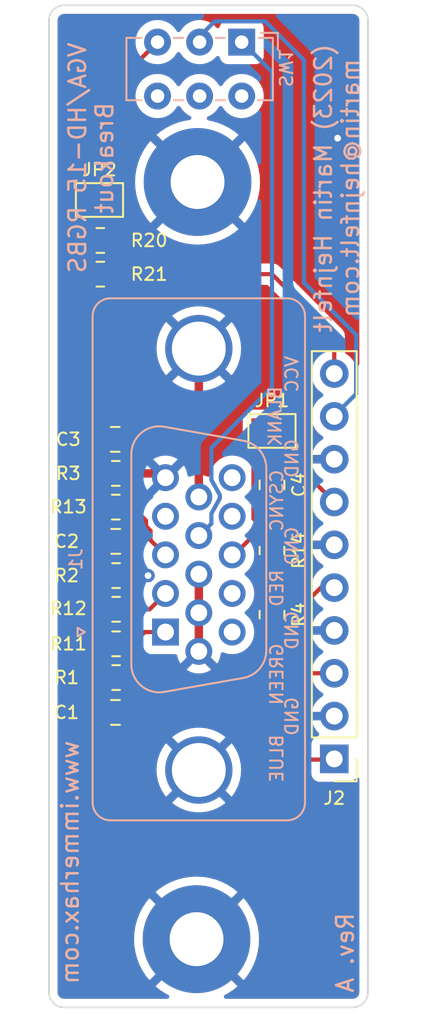
<source format=kicad_pcb>
(kicad_pcb (version 20211014) (generator pcbnew)
  (layers (0 "F.Cu" signal) (31 "B.Cu" signal) (34 "B.Paste" user) (35 "F.Paste" user) (36 "B.SilkS" user "B.Silkscreen") (37 "F.SilkS" user "F.Silkscreen") (38 "B.Mask" user) (39 "F.Mask" user) (44 "Edge.Cuts" user))
  (net 0 "")
  (net 1 "/RED")
  (net 2 "/RED_IN")
  (net 3 "/GREEN")
  (net 4 "/GREEN_IN")
  (net 5 "/BLUE")
  (net 6 "/BLUE_IN")
  (net 7 "/CSYNC_IN")
  (net 8 "/CSYNC")
  (net 13 "GND")
  (net 14 "/5V_KEY")
  (net 16 "/V_BLANK")
  (net 17 "VCC")
  (net 18 "/BLANKING")
  (net 19 "Net-(C1-Pad2)")
  (net 20 "Net-(C2-Pad2)")
  (net 21 "Net-(C3-Pad2)")
  (net 22 "Net-(C4-Pad1)")
  (footprint "Capacitor_SMD:C_0805_2012Metric_Pad1.18x1.45mm_HandSolder" (layer "F.Cu") (at 127.4828 79)
    (fp_text reference "C3" (at -2.7828 0 unlocked) (layer "F.SilkS") (effects (font (size 0.75 0.75) (thickness 0.12))))
    (fp_text value "100nF")
    (fp_line (start -0.261252 -0.735) (end 0.261252 -0.735) (layer "F.SilkS") (width 0.12))
    (fp_line (start -0.261252 0.735) (end 0.261252 0.735) (layer "F.SilkS") (width 0.12))
    (pad "1" smd roundrect (at -1.0375 0) (size 1.175 1.45) (layers "F.Cu" "F.Paste" "F.Mask") (roundrect_rratio 0.2127659574) (net 5 "/BLUE"))
    (pad "2" smd roundrect (at 1.0375 0) (size 1.175 1.45) (layers "F.Cu" "F.Paste" "F.Mask") (roundrect_rratio 0.2127659574) (net 21 "Net-(C3-Pad2)"))
  )
  (footprint "Jumper:SolderJumper-2_P1.3mm_Open_TrianglePad1.0x1.5mm" (layer "F.Cu") (at 136.8 78.5)
    (fp_text reference "JP1" (at 0 -1.8 unlocked) (layer "F.SilkS") (effects (font (size 0.75 0.75) (thickness 0.12))))
    (fp_text value "Jumper_2_Open")
    (fp_line (start 1.4 1) (end -1.4 1) (layer "F.SilkS") (width 0.12))
    (fp_line (start -1.4 -1) (end 1.4 -1) (layer "F.SilkS") (width 0.12))
    (fp_line (start 1.4 -1) (end 1.4 1) (layer "F.SilkS") (width 0.12))
    (fp_line (start -1.4 1) (end -1.4 -1) (layer "F.SilkS") (width 0.12))
    (pad "1" smd custom (at -0.725 0) (size 0.3 0.3) (layers "F.Cu" "F.Mask") (net 7 "/CSYNC_IN") (options (clearance outline) (anchor rect)) (primitives (gr_poly (pts (xy 1 0) (xy 0.5 0.75) (xy -0.5 0.75) (xy -0.5 -0.75) (xy 0.5 -0.75)) (width 0) (fill yes))))
    (pad "2" smd custom (at 0.725 0) (size 0.3 0.3) (layers "F.Cu" "F.Mask") (net 8 "/CSYNC") (options (clearance outline) (anchor rect)) (primitives (gr_poly (pts (xy 0.5 0.75) (xy -0.65 0.75) (xy -0.15 0) (xy -0.65 -0.75) (xy 0.5 -0.75)) (width 0) (fill yes))))
  )
  (footprint "Capacitor_SMD:C_0805_2012Metric_Pad1.18x1.45mm_HandSolder" (layer "F.Cu") (at 127.5 95.2 180)
    (fp_text reference "C1" (at 2.9 0 unlocked) (layer "F.SilkS") (effects (font (size 0.75 0.75) (thickness 0.12))))
    (fp_text value "100nF")
    (fp_line (start -0.261252 0.735) (end 0.261252 0.735) (layer "F.SilkS") (width 0.12))
    (fp_line (start -0.261252 -0.735) (end 0.261252 -0.735) (layer "F.SilkS") (width 0.12))
    (pad "1" smd roundrect (at -1.0375 0 180) (size 1.175 1.45) (layers "F.Cu" "F.Paste" "F.Mask") (roundrect_rratio 0.2127659574) (net 1 "/RED"))
    (pad "2" smd roundrect (at 1.0375 0 180) (size 1.175 1.45) (layers "F.Cu" "F.Paste" "F.Mask") (roundrect_rratio 0.2127659574) (net 19 "Net-(C1-Pad2)"))
  )
  (footprint "Resistor_SMD:R_0805_2012Metric_Pad1.20x1.40mm_HandSolder" (layer "F.Cu") (at 136.8 85.6 -90)
    (fp_text reference "R14" (at 0 -1.6 90 unlocked) (layer "F.SilkS") (effects (font (size 0.75 0.75) (thickness 0.12))))
    (fp_text value "75R")
    (fp_line (start -0.227064 0.735) (end 0.227064 0.735) (layer "F.SilkS") (width 0.12))
    (fp_line (start -0.227064 -0.735) (end 0.227064 -0.735) (layer "F.SilkS") (width 0.12))
    (pad "1" smd roundrect (at -1 0 270) (size 1.2 1.4) (layers "F.Cu" "F.Paste" "F.Mask") (roundrect_rratio 0.2083333333) (net 7 "/CSYNC_IN"))
    (pad "2" smd roundrect (at 1 0 270) (size 1.2 1.4) (layers "F.Cu" "F.Paste" "F.Mask") (roundrect_rratio 0.2083333333) (net 22 "Net-(C4-Pad1)"))
  )
  (footprint "Capacitor_SMD:C_0805_2012Metric_Pad1.18x1.45mm_HandSolder" (layer "F.Cu") (at 127.5172 85.0522)
    (fp_text reference "C2" (at -2.9172 0 unlocked) (layer "F.SilkS") (effects (font (size 0.75 0.75) (thickness 0.12))))
    (fp_text value "100nF")
    (fp_line (start -0.261252 -0.735) (end 0.261252 -0.735) (layer "F.SilkS") (width 0.12))
    (fp_line (start -0.261252 0.735) (end 0.261252 0.735) (layer "F.SilkS") (width 0.12))
    (pad "1" smd roundrect (at -1.0375 0) (size 1.175 1.45) (layers "F.Cu" "F.Paste" "F.Mask") (roundrect_rratio 0.2127659574) (net 3 "/GREEN"))
    (pad "2" smd roundrect (at 1.0375 0) (size 1.175 1.45) (layers "F.Cu" "F.Paste" "F.Mask") (roundrect_rratio 0.2127659574) (net 20 "Net-(C2-Pad2)"))
  )
  (footprint "Resistor_SMD:R_0805_2012Metric_Pad1.20x1.40mm_HandSolder" (layer "F.Cu") (at 126.6 69.2 180)
    (fp_text reference "R21" (at -2.9 0 unlocked) (layer "F.SilkS") (effects (font (size 0.75 0.75) (thickness 0.12))))
    (fp_text value "75R")
    (fp_line (start -0.227064 -0.735) (end 0.227064 -0.735) (layer "F.SilkS") (width 0.12))
    (fp_line (start -0.227064 0.735) (end 0.227064 0.735) (layer "F.SilkS") (width 0.12))
    (pad "1" smd roundrect (at -1 0 180) (size 1.2 1.4) (layers "F.Cu" "F.Paste" "F.Mask") (roundrect_rratio 0.2083333333) (net 13 "GND"))
    (pad "2" smd roundrect (at 1 0 180) (size 1.2 1.4) (layers "F.Cu" "F.Paste" "F.Mask") (roundrect_rratio 0.2083333333) (net 16 "/V_BLANK"))
  )
  (footprint "Connector_PinHeader_2.54mm:PinHeader_1x10_P2.54mm_Vertical" (layer "F.Cu") (at 140.5 97.9572 180)
    (fp_text reference "J2" (at 0 -2.33 unlocked) (layer "F.SilkS") (effects (font (size 0.75 0.75) (thickness 0.12))))
    (fp_text value "Conn_01x10_Male")
    (fp_line (start -1.33 0) (end -1.33 -1.33) (layer "F.SilkS") (width 0.12))
    (fp_line (start -1.33 -1.33) (end 0 -1.33) (layer "F.SilkS") (width 0.12))
    (fp_line (start -1.33 1.27) (end -1.33 24.19) (layer "F.SilkS") (width 0.12))
    (fp_line (start -1.33 1.27) (end 1.33 1.27) (layer "F.SilkS") (width 0.12))
    (fp_line (start -1.33 24.19) (end 1.33 24.19) (layer "F.SilkS") (width 0.12))
    (fp_line (start 1.33 1.27) (end 1.33 24.19) (layer "F.SilkS") (width 0.12))
    (pad "1" thru_hole rect (at 0 0 180) (size 1.7 1.7) (drill 1) (layers *.Cu *.Mask) (net 5 "/BLUE"))
    (pad "2" thru_hole oval (at 0 2.54 180) (size 1.7 1.7) (drill 1) (layers *.Cu *.Mask) (net 13 "GND"))
    (pad "3" thru_hole oval (at 0 5.08 180) (size 1.7 1.7) (drill 1) (layers *.Cu *.Mask) (net 3 "/GREEN"))
    (pad "4" thru_hole oval (at 0 7.62 180) (size 1.7 1.7) (drill 1) (layers *.Cu *.Mask) (net 13 "GND"))
    (pad "5" thru_hole oval (at 0 10.16 180) (size 1.7 1.7) (drill 1) (layers *.Cu *.Mask) (net 1 "/RED"))
    (pad "6" thru_hole oval (at 0 12.7 180) (size 1.7 1.7) (drill 1) (layers *.Cu *.Mask) (net 13 "GND"))
    (pad "7" thru_hole oval (at 0 15.24 180) (size 1.7 1.7) (drill 1) (layers *.Cu *.Mask) (net 8 "/CSYNC"))
    (pad "8" thru_hole oval (at 0 17.78 180) (size 1.7 1.7) (drill 1) (layers *.Cu *.Mask) (net 13 "GND"))
    (pad "9" thru_hole oval (at 0 20.32 180) (size 1.7 1.7) (drill 1) (layers *.Cu *.Mask) (net 18 "/BLANKING"))
    (pad "10" thru_hole oval (at 0 22.86 180) (size 1.7 1.7) (drill 1) (layers *.Cu *.Mask) (net 17 "VCC"))
  )
  (footprint "Resistor_SMD:R_0805_2012Metric_Pad1.20x1.40mm_HandSolder" (layer "F.Cu") (at 136.8 89.4 90)
    (fp_text reference "R4" (at 0 1.6 90 unlocked) (layer "F.SilkS") (effects (font (size 0.75 0.75) (thickness 0.12))))
    (fp_text value "75R")
    (fp_line (start -0.227064 0.735) (end 0.227064 0.735) (layer "F.SilkS") (width 0.12))
    (fp_line (start -0.227064 -0.735) (end 0.227064 -0.735) (layer "F.SilkS") (width 0.12))
    (pad "1" smd roundrect (at -1 0 90) (size 1.2 1.4) (layers "F.Cu" "F.Paste" "F.Mask") (roundrect_rratio 0.2083333333) (net 13 "GND"))
    (pad "2" smd roundrect (at 1 0 90) (size 1.2 1.4) (layers "F.Cu" "F.Paste" "F.Mask") (roundrect_rratio 0.2083333333) (net 22 "Net-(C4-Pad1)"))
  )
  (footprint "Resistor_SMD:R_0805_2012Metric_Pad1.20x1.40mm_HandSolder" (layer "F.Cu") (at 127.5372 91.1322)
    (fp_text reference "R11" (at -2.8372 0 unlocked) (layer "F.SilkS") (effects (font (size 0.75 0.75) (thickness 0.12))))
    (fp_text value "75R")
    (fp_line (start -0.227064 0.735) (end 0.227064 0.735) (layer "F.SilkS") (width 0.12))
    (fp_line (start -0.227064 -0.735) (end 0.227064 -0.735) (layer "F.SilkS") (width 0.12))
    (pad "1" smd roundrect (at -1 0) (size 1.2 1.4) (layers "F.Cu" "F.Paste" "F.Mask") (roundrect_rratio 0.2083333333) (net 19 "Net-(C1-Pad2)"))
    (pad "2" smd roundrect (at 1 0) (size 1.2 1.4) (layers "F.Cu" "F.Paste" "F.Mask") (roundrect_rratio 0.2083333333) (net 2 "/RED_IN"))
  )
  (footprint "Jumper:SolderJumper-2_P1.3mm_Open_TrianglePad1.0x1.5mm" (layer "F.Cu") (at 126.55 64.8)
    (fp_text reference "JP2" (at 0 -1.8 unlocked) (layer "F.SilkS") (effects (font (size 0.75 0.75) (thickness 0.12))))
    (fp_text value "Jumper_2_Open")
    (fp_line (start 1.4 1) (end -1.4 1) (layer "F.SilkS") (width 0.12))
    (fp_line (start 1.4 -1) (end 1.4 1) (layer "F.SilkS") (width 0.12))
    (fp_line (start -1.4 -1) (end 1.4 -1) (layer "F.SilkS") (width 0.12))
    (fp_line (start -1.4 1) (end -1.4 -1) (layer "F.SilkS") (width 0.12))
    (pad "1" smd custom (at -0.725 0) (size 0.3 0.3) (layers "F.Cu" "F.Mask") (net 16 "/V_BLANK") (options (clearance outline) (anchor rect)) (primitives (gr_poly (pts (xy 1 0) (xy 0.5 0.75) (xy -0.5 0.75) (xy -0.5 -0.75) (xy 0.5 -0.75)) (width 0) (fill yes))))
    (pad "2" smd custom (at 0.725 0) (size 0.3 0.3) (layers "F.Cu" "F.Mask") (net 17 "VCC") (options (clearance outline) (anchor rect)) (primitives (gr_poly (pts (xy 0.5 0.75) (xy -0.65 0.75) (xy -0.15 0) (xy -0.65 -0.75) (xy 0.5 -0.75)) (width 0) (fill yes))))
  )
  (footprint "Resistor_SMD:R_0805_2012Metric_Pad1.20x1.40mm_HandSolder" (layer "F.Cu") (at 127.52 81.02)
    (fp_text reference "R3" (at -2.82 0 unlocked) (layer "F.SilkS") (effects (font (size 0.75 0.75) (thickness 0.12))))
    (fp_text value "75R")
    (fp_line (start -0.227064 0.735) (end 0.227064 0.735) (layer "F.SilkS") (width 0.12))
    (fp_line (start -0.227064 -0.735) (end 0.227064 -0.735) (layer "F.SilkS") (width 0.12))
    (pad "1" smd roundrect (at -1 0) (size 1.2 1.4) (layers "F.Cu" "F.Paste" "F.Mask") (roundrect_rratio 0.2083333333) (net 21 "Net-(C3-Pad2)"))
    (pad "2" smd roundrect (at 1 0) (size 1.2 1.4) (layers "F.Cu" "F.Paste" "F.Mask") (roundrect_rratio 0.2083333333) (net 13 "GND"))
  )
  (footprint "Capacitor_SMD:C_0805_2012Metric_Pad1.18x1.45mm_HandSolder" (layer "F.Cu") (at 136.8 81.7 90)
    (fp_text reference "C4" (at 0 1.6 90 unlocked) (layer "F.SilkS") (effects (font (size 0.75 0.75) (thickness 0.12))))
    (fp_text value "100nF")
    (fp_line (start -0.261252 0.735) (end 0.261252 0.735) (layer "F.SilkS") (width 0.12))
    (fp_line (start -0.261252 -0.735) (end 0.261252 -0.735) (layer "F.SilkS") (width 0.12))
    (pad "1" smd roundrect (at -1.0375 0 90) (size 1.175 1.45) (layers "F.Cu" "F.Paste" "F.Mask") (roundrect_rratio 0.2127659574) (net 22 "Net-(C4-Pad1)"))
    (pad "2" smd roundrect (at 1.0375 0 90) (size 1.175 1.45) (layers "F.Cu" "F.Paste" "F.Mask") (roundrect_rratio 0.2127659574) (net 8 "/CSYNC"))
  )
  (footprint "Resistor_SMD:R_0805_2012Metric_Pad1.20x1.40mm_HandSolder" (layer "F.Cu") (at 127.52 83.02)
    (fp_text reference "R13" (at -2.82 -0.02 unlocked) (layer "F.SilkS") (effects (font (size 0.75 0.75) (thickness 0.12))))
    (fp_text value "75R")
    (fp_line (start -0.227064 0.735) (end 0.227064 0.735) (layer "F.SilkS") (width 0.12))
    (fp_line (start -0.227064 -0.735) (end 0.227064 -0.735) (layer "F.SilkS") (width 0.12))
    (pad "1" smd roundrect (at -1 0) (size 1.2 1.4) (layers "F.Cu" "F.Paste" "F.Mask") (roundrect_rratio 0.2083333333) (net 21 "Net-(C3-Pad2)"))
    (pad "2" smd roundrect (at 1 0) (size 1.2 1.4) (layers "F.Cu" "F.Paste" "F.Mask") (roundrect_rratio 0.2083333333) (net 6 "/BLUE_IN"))
  )
  (footprint "Resistor_SMD:R_0805_2012Metric_Pad1.20x1.40mm_HandSolder" (layer "F.Cu") (at 126.6 67.2)
    (fp_text reference "R20" (at 2.9 0 unlocked) (layer "F.SilkS") (effects (font (size 0.75 0.75) (thickness 0.12))))
    (fp_text value "75R")
    (fp_line (start -0.227064 -0.735) (end 0.227064 -0.735) (layer "F.SilkS") (width 0.12))
    (fp_line (start -0.227064 0.735) (end 0.227064 0.735) (layer "F.SilkS") (width 0.12))
    (pad "1" smd roundrect (at -1 0) (size 1.2 1.4) (layers "F.Cu" "F.Paste" "F.Mask") (roundrect_rratio 0.2083333333) (net 16 "/V_BLANK"))
    (pad "2" smd roundrect (at 1 0) (size 1.2 1.4) (layers "F.Cu" "F.Paste" "F.Mask") (roundrect_rratio 0.2083333333) (net 17 "VCC"))
  )
  (footprint "Resistor_SMD:R_0805_2012Metric_Pad1.20x1.40mm_HandSolder" (layer "F.Cu") (at 127.5372 87.0822)
    (fp_text reference "R2" (at -2.9372 0 unlocked) (layer "F.SilkS") (effects (font (size 0.75 0.75) (thickness 0.12))))
    (fp_text value "75R")
    (fp_line (start -0.227064 -0.735) (end 0.227064 -0.735) (layer "F.SilkS") (width 0.12))
    (fp_line (start -0.227064 0.735) (end 0.227064 0.735) (layer "F.SilkS") (width 0.12))
    (pad "1" smd roundrect (at -1 0) (size 1.2 1.4) (layers "F.Cu" "F.Paste" "F.Mask") (roundrect_rratio 0.2083333333) (net 20 "Net-(C2-Pad2)"))
    (pad "2" smd roundrect (at 1 0) (size 1.2 1.4) (layers "F.Cu" "F.Paste" "F.Mask") (roundrect_rratio 0.2083333333) (net 13 "GND"))
  )
  (footprint "Resistor_SMD:R_0805_2012Metric_Pad1.20x1.40mm_HandSolder" (layer "F.Cu") (at 127.5372 89.0822)
    (fp_text reference "R12" (at -2.8372 -0.05 unlocked) (layer "F.SilkS") (effects (font (size 0.75 0.75) (thickness 0.12))))
    (fp_text value "75R")
    (fp_line (start -0.227064 0.735) (end 0.227064 0.735) (layer "F.SilkS") (width 0.12))
    (fp_line (start -0.227064 -0.735) (end 0.227064 -0.735) (layer "F.SilkS") (width 0.12))
    (pad "1" smd roundrect (at -1 0) (size 1.2 1.4) (layers "F.Cu" "F.Paste" "F.Mask") (roundrect_rratio 0.2083333333) (net 20 "Net-(C2-Pad2)"))
    (pad "2" smd roundrect (at 1 0) (size 1.2 1.4) (layers "F.Cu" "F.Paste" "F.Mask") (roundrect_rratio 0.2083333333) (net 4 "/GREEN_IN"))
  )
  (footprint "Resistor_SMD:R_0805_2012Metric_Pad1.20x1.40mm_HandSolder" (layer "F.Cu") (at 127.5372 93.1322)
    (fp_text reference "R1" (at -2.9372 0 unlocked) (layer "F.SilkS") (effects (font (size 0.75 0.75) (thickness 0.12))))
    (fp_text value "75R")
    (fp_line (start -0.227064 0.735) (end 0.227064 0.735) (layer "F.SilkS") (width 0.12))
    (fp_line (start -0.227064 -0.735) (end 0.227064 -0.735) (layer "F.SilkS") (width 0.12))
    (pad "1" smd roundrect (at -1 0) (size 1.2 1.4) (layers "F.Cu" "F.Paste" "F.Mask") (roundrect_rratio 0.2083333333) (net 19 "Net-(C1-Pad2)"))
    (pad "2" smd roundrect (at 1 0) (size 1.2 1.4) (layers "F.Cu" "F.Paste" "F.Mask") (roundrect_rratio 0.2083333333) (net 13 "GND"))
  )
  (footprint "MountingHole:MountingHole_3.2mm_M3_Pad" (layer "B.Cu") (at 132.3772 63.7322 180)
    (fp_text reference "H2" hide)
    (fp_text value "MountingHole_Pad")
    (pad "1" thru_hole circle (at 0 0 180) (size 6.4 6.4) (drill 3.2) (layers *.Cu *.Mask) (net 13 "GND"))
  )
  (footprint "Button_Switch_THT:SW_E-Switch_EG1271_SPDT" (layer "B.Cu") (at 135 55.4322 180)
    (fp_text reference "SW1" (at -2.6 -1.5178 270 unlocked) (layer "B.SilkS") (effects (font (size 0.75 0.75) (thickness 0.12)) (justify mirror)))
    (fp_text value "SW_SPDT")
    (fp_line (start -1.85 0.25) (end -1 0.25) (layer "B.SilkS") (width 0.12))
    (fp_line (start 6.85 -3.45) (end 5.98 -3.45) (layer "B.SilkS") (width 0.12))
    (fp_line (start 1.53 -3.45) (end 0.97 -3.45) (layer "B.SilkS") (width 0.12))
    (fp_line (start -0.97 -3.45) (end -1.85 -3.45) (layer "B.SilkS") (width 0.12))
    (fp_line (start -2.15 0.55) (end -1.15 0.55) (layer "B.SilkS") (width 0.12))
    (fp_line (start 4.02 -3.45) (end 3.47 -3.45) (layer "B.SilkS") (width 0.12))
    (fp_line (start 3.47 0.25) (end 4.03 0.25) (layer "B.SilkS") (width 0.12))
    (fp_line (start 5.97 0.25) (end 6.85 0.25) (layer "B.SilkS") (width 0.12))
    (fp_line (start 6.85 0.25) (end 6.85 -3.45) (layer "B.SilkS") (width 0.12))
    (fp_line (start -1.85 -3.45) (end -1.85 0.25) (layer "B.SilkS") (width 0.12))
    (fp_line (start -2.15 -0.45) (end -2.15 0.55) (layer "B.SilkS") (width 0.12))
    (fp_line (start 1 0.25) (end 1.53 0.25) (layer "B.SilkS") (width 0.12))
    (pad "1" thru_hole rect (at 0 0 180) (size 1.6 1.6) (drill 0.8) (layers *.Cu *.Mask) (net 14 "/5V_KEY"))
    (pad "2" thru_hole circle (at 2.5 0 180) (size 1.6 1.6) (drill 0.8) (layers *.Cu *.Mask) (net 18 "/BLANKING"))
    (pad "3" thru_hole circle (at 5 0 180) (size 1.6 1.6) (drill 0.8) (layers *.Cu *.Mask) (net 16 "/V_BLANK"))
    (pad "4" thru_hole circle (at 0 -3.2 180) (size 1.6 1.6) (drill 0.8) (layers *.Cu *.Mask))
    (pad "5" thru_hole circle (at 2.5 -3.2 180) (size 1.6 1.6) (drill 0.8) (layers *.Cu *.Mask))
    (pad "6" thru_hole circle (at 5 -3.2 180) (size 1.6 1.6) (drill 0.8) (layers *.Cu *.Mask))
  )
  (footprint "MountingHole:MountingHole_3.2mm_M3_Pad" (layer "B.Cu") (at 132.3172 108.6522 180)
    (fp_text reference "H1" hide)
    (fp_text value "MountingHole_Pad")
    (pad "1" thru_hole circle (at 0 0 180) (size 6.4 6.4) (drill 3.2) (layers *.Cu *.Mask) (net 13 "GND"))
  )
  (footprint "Connector_Dsub:DSUB-15-HD_Female_Vertical_P2.29x1.98mm_MountingHoles" (layer "B.Cu") (at 130.472531 90.4322 -90)
    (fp_text reference "J1" (at -4.315 5.33 90 unlocked) (layer "B.SilkS") (effects (font (size 0.75 0.75) (thickness 0.12)) (justify mirror)))
    (fp_text value "L77HDEH15SOL2RM8")
    (fp_line (start -18.74 4.33) (end 10.11 4.33) (layer "B.SilkS") (width 0.12))
    (fp_line (start 0 4.791325) (end -0.25 5.224338) (layer "B.SilkS") (width 0.12))
    (fp_line (start 11.17 3.27) (end 11.17 -7.23) (layer "B.SilkS") (width 0.12))
    (fp_line (start 0.25 5.224338) (end 0 4.791325) (layer "B.SilkS") (width 0.12))
    (fp_line (start -19.8 -7.23) (end -19.8 3.27) (layer "B.SilkS") (width 0.12))
    (fp_line (start 10.11 -8.29) (end -18.74 -8.29) (layer "B.SilkS") (width 0.12))
    (fp_line (start -10.546689 2.03) (end 1.916689 2.03) (layer "B.SilkS") (width 0.12))
    (fp_line (start -12.18147 0.081744) (end -11.352733 -4.618256) (layer "B.SilkS") (width 0.12))
    (fp_line (start -9.717952 -5.99) (end 1.087952 -5.99) (layer "B.SilkS") (width 0.12))
    (fp_line (start -0.25 5.224338) (end 0.25 5.224338) (layer "B.SilkS") (width 0.12))
    (fp_line (start 3.55147 0.081744) (end 2.722733 -4.618256) (layer "B.SilkS") (width 0.12))
    (fp_arc (start 11.17 3.27) (mid 10.859533 4.019533) (end 10.11 4.33) (layer "B.SilkS") (width 0.12))
    (fp_arc (start 10.11 -8.29) (mid 10.859533 -7.979533) (end 11.17 -7.23) (layer "B.SilkS") (width 0.12))
    (fp_arc (start -11.352733 -4.618256) (mid -10.78498 -5.601634) (end -9.717952 -5.99) (layer "B.SilkS") (width 0.12))
    (fp_arc (start -19.8 -7.23) (mid -19.489533 -7.979533) (end -18.74 -8.29) (layer "B.SilkS") (width 0.12))
    (fp_arc (start -18.74 4.33) (mid -19.489533 4.019533) (end -19.8 3.27) (layer "B.SilkS") (width 0.12))
    (fp_arc (start 1.087952 -5.99) (mid 2.15498 -5.601634) (end 2.722733 -4.618256) (layer "B.SilkS") (width 0.12))
    (fp_arc (start 3.55147 0.081744) (mid 3.188323 1.437027) (end 1.916689 2.03) (layer "B.SilkS") (width 0.12))
    (fp_arc (start -10.546689 2.03) (mid -11.818323 1.437028) (end -12.18147 0.081744) (layer "B.SilkS") (width 0.12))
    (pad "0" thru_hole circle (at -16.815 -1.98 270) (size 4 4) (drill 3.2) (layers *.Cu *.Mask) (net 13 "GND"))
    (pad "0" thru_hole circle (at 8.185 -1.98 270) (size 4 4) (drill 3.2) (layers *.Cu *.Mask) (net 13 "GND"))
    (pad "1" thru_hole rect (at 0 0 270) (size 1.6 1.6) (drill 1) (layers *.Cu *.Mask) (net 2 "/RED_IN"))
    (pad "2" thru_hole circle (at -2.29 0 270) (size 1.6 1.6) (drill 1) (layers *.Cu *.Mask) (net 4 "/GREEN_IN"))
    (pad "3" thru_hole circle (at -4.58 0 270) (size 1.6 1.6) (drill 1) (layers *.Cu *.Mask) (net 6 "/BLUE_IN"))
    (pad "4" thru_hole circle (at -6.87 0 270) (size 1.6 1.6) (drill 1) (layers *.Cu *.Mask))
    (pad "5" thru_hole circle (at -9.16 0 270) (size 1.6 1.6) (drill 1) (layers *.Cu *.Mask) (net 13 "GND"))
    (pad "6" thru_hole circle (at 1.145 -1.98 270) (size 1.6 1.6) (drill 1) (layers *.Cu *.Mask) (net 13 "GND"))
    (pad "7" thru_hole circle (at -1.145 -1.98 270) (size 1.6 1.6) (drill 1) (layers *.Cu *.Mask) (net 13 "GND"))
    (pad "8" thru_hole circle (at -3.435 -1.98 270) (size 1.6 1.6) (drill 1) (layers *.Cu *.Mask) (net 13 "GND"))
    (pad "9" thru_hole circle (at -5.725 -1.98 270) (size 1.6 1.6) (drill 1) (layers *.Cu *.Mask) (net 14 "/5V_KEY"))
    (pad "10" thru_hole circle (at -8.015 -1.98 270) (size 1.6 1.6) (drill 1) (layers *.Cu *.Mask) (net 13 "GND"))
    (pad "11" thru_hole circle (at 0 -3.96 270) (size 1.6 1.6) (drill 1) (layers *.Cu *.Mask))
    (pad "12" thru_hole circle (at -2.29 -3.96 270) (size 1.6 1.6) (drill 1) (layers *.Cu *.Mask))
    (pad "13" thru_hole circle (at -4.58 -3.96 270) (size 1.6 1.6) (drill 1) (layers *.Cu *.Mask) (net 7 "/CSYNC_IN"))
    (pad "14" thru_hole circle (at -6.87 -3.96 270) (size 1.6 1.6) (drill 1) (layers *.Cu *.Mask))
    (pad "15" thru_hole circle (at -9.16 -3.96 270) (size 1.6 1.6) (drill 1) (layers *.Cu *.Mask))
  )
  (gr_line (start 142.5 111.8) (end 142.5 54.15) (layer "Edge.Cuts") (width 0.1))
  (gr_line (start 124.45 53.25) (end 141.6 53.25) (layer "Edge.Cuts") (width 0.1))
  (gr_line (start 141.6 112.7) (end 124.45 112.7) (layer "Edge.Cuts") (width 0.1))
  (gr_arc (start 124.45 112.7) (mid 123.813604 112.436396) (end 123.55 111.8) (layer "Edge.Cuts") (width 0.1))
  (gr_line (start 123.55 111.8) (end 123.55 54.15) (layer "Edge.Cuts") (width 0.1))
  (gr_arc (start 123.55 54.15) (mid 123.813604 53.513604) (end 124.45 53.25) (layer "Edge.Cuts") (width 0.1))
  (gr_arc (start 141.6 53.25) (mid 142.236396 53.513604) (end 142.5 54.15) (layer "Edge.Cuts") (width 0.1))
  (gr_arc (start 142.5 111.8) (mid 142.236396 112.436396) (end 141.6 112.7) (layer "Edge.Cuts") (width 0.1))
  (gr_text "BLUE" (at 137.0872 97.9322 90) (layer "B.SilkS") (effects (font (size 0.75 0.75) (thickness 0.12)) (justify mirror)))
  (gr_text "VGA/HD-15 RGBS\nBreakout" (at 126.05 62.3 90) (layer "B.SilkS") (effects (font (size 1 1)) (justify mirror)))
  (gr_text "RED" (at 137.0872 87.8322 90) (layer "B.SilkS") (effects (font (size 0.75 0.75) (thickness 0.12)) (justify mirror)))
  (gr_text "GND" (at 137.9872 95.4322 90) (layer "B.SilkS") (effects (font (size 0.75 0.75) (thickness 0.12)) (justify mirror)))
  (gr_text "(2023) Martin Hejnfelt\nmartin@hejnfelt.com" (at 140.65 64.1 90) (layer "B.SilkS") (effects (font (size 1 1)) (justify mirror)))
  (gr_text "VCC" (at 137.9872 75.1322 90) (layer "B.SilkS") (effects (font (size 0.75 0.75) (thickness 0.12)) (justify mirror)))
  (gr_text "CSYNC" (at 137.0872 82.6322 90) (layer "B.SilkS") (effects (font (size 0.75 0.75) (thickness 0.12)) (justify mirror)))
  (gr_text "GREEN" (at 137.0872 92.9322 90) (layer "B.SilkS") (effects (font (size 0.75 0.75) (thickness 0.12)) (justify mirror)))
  (gr_text "BLANK" (at 136.9872 77.6322 90) (layer "B.SilkS") (effects (font (size 0.75 0.75) (thickness 0.12)) (justify mirror)))
  (gr_text "www.immerhax.com" (at 124.8 104.1 90) (layer "B.SilkS") (effects (font (size 1 1)) (justify mirror)))
  (gr_text "GND" (at 137.9872 90.3322 90) (layer "B.SilkS") (effects (font (size 0.75 0.75) (thickness 0.12)) (justify mirror)))
  (gr_text "GND" (at 137.9872 85.3322 90) (layer "B.SilkS") (effects (font (size 0.75 0.75) (thickness 0.12)) (justify mirror)))
  (gr_text "GND" (at 137.9872 80.1322 90) (layer "B.SilkS") (effects (font (size 0.75 0.75) (thickness 0.12)) (justify mirror)))
  (gr_text "Rev. A" (at 141.15 109.45 90) (layer "B.SilkS") (effects (font (size 1 1)) (justify mirror)))
  (segment (start 138.8 88.7) (end 139.7028 87.7972) (width 0.25) (layer "F.Cu") (net 1))
  (segment (start 128.9 95.2) (end 130.8 93.3) (width 0.25) (layer "F.Cu") (net 1))
  (segment (start 139.7028 87.7972) (end 140.5 87.7972) (width 0.25) (layer "F.Cu") (net 1))
  (segment (start 138.8 90.9) (end 138.8 88.7) (width 0.25) (layer "F.Cu") (net 1))
  (segment (start 136.4 93.3) (end 138.8 90.9) (width 0.25) (layer "F.Cu") (net 1))
  (segment (start 130.8 93.3) (end 136.4 93.3) (width 0.25) (layer "F.Cu") (net 1))
  (segment (start 128.5375 95.2) (end 128.9 95.2) (width 0.25) (layer "F.Cu") (net 1))
  (segment (start 129.2372 90.4322) (end 130.472531 90.4322) (width 0.25) (layer "F.Cu") (net 2))
  (segment (start 128.5372 91.1322) (end 129.2372 90.4322) (width 0.25) (layer "F.Cu") (net 2))
  (segment (start 126.1 96.8) (end 129.1 96.8) (width 0.25) (layer "F.Cu") (net 3))
  (segment (start 125.7478 85.0522) (end 125.2 85.6) (width 0.25) (layer "F.Cu") (net 3))
  (segment (start 137.1 94.3) (end 138.5228 92.8772) (width 0.25) (layer "F.Cu") (net 3))
  (segment (start 131.6 94.3) (end 137.1 94.3) (width 0.25) (layer "F.Cu") (net 3))
  (segment (start 129.1 96.8) (end 131.6 94.3) (width 0.25) (layer "F.Cu") (net 3))
  (segment (start 125.2 85.6) (end 125.2 95.9) (width 0.25) (layer "F.Cu") (net 3))
  (segment (start 125.2 95.9) (end 126.1 96.8) (width 0.25) (layer "F.Cu") (net 3))
  (segment (start 126.4797 85.0522) (end 125.7478 85.0522) (width 0.25) (layer "F.Cu") (net 3))
  (segment (start 138.5228 92.8772) (end 140.5 92.8772) (width 0.25) (layer "F.Cu") (net 3))
  (segment (start 128.5372 89.0822) (end 129.532531 89.0822) (width 0.25) (layer "F.Cu") (net 4))
  (segment (start 129.532531 89.0822) (end 130.472531 88.1422) (width 0.25) (layer "F.Cu") (net 4))
  (segment (start 129.6 97.7) (end 131.4 95.9) (width 0.25) (layer "F.Cu") (net 5))
  (segment (start 135.7 98) (end 140.4572 98) (width 0.25) (layer "F.Cu") (net 5))
  (segment (start 140.4572 98) (end 140.5 97.9572) (width 0.25) (layer "F.Cu") (net 5))
  (segment (start 124.4 80.2) (end 124.4 96.4) (width 0.25) (layer "F.Cu") (net 5))
  (segment (start 125.7 97.7) (end 129.6 97.7) (width 0.25) (layer "F.Cu") (net 5))
  (segment (start 125.6 79) (end 124.4 80.2) (width 0.25) (layer "F.Cu") (net 5))
  (segment (start 131.4 95.9) (end 133.6 95.9) (width 0.25) (layer "F.Cu") (net 5))
  (segment (start 133.6 95.9) (end 135.7 98) (width 0.25) (layer "F.Cu") (net 5))
  (segment (start 124.4 96.4) (end 125.7 97.7) (width 0.25) (layer "F.Cu") (net 5))
  (segment (start 126.4453 79) (end 125.6 79) (width 0.25) (layer "F.Cu") (net 5))
  (segment (start 129.5825 84.9825) (end 129.5825 84.4175) (width 0.25) (layer "F.Cu") (net 6))
  (segment (start 130.4522 85.8522) (end 129.5825 84.9825) (width 0.25) (layer "F.Cu") (net 6))
  (segment (start 130.472531 85.8522) (end 130.4522 85.8522) (width 0.25) (layer "F.Cu") (net 6))
  (segment (start 129.3172 84.1522) (end 129.3172 83.8172) (width 0.25) (layer "F.Cu") (net 6))
  (segment (start 129.3172 83.8172) (end 128.52 83.02) (width 0.25) (layer "F.Cu") (net 6))
  (segment (start 129.5825 84.4175) (end 129.3172 84.1522) (width 0.25) (layer "F.Cu") (net 6))
  (segment (start 134.5478 85.8522) (end 135.8 84.6) (width 0.25) (layer "F.Cu") (net 7))
  (segment (start 134.432531 85.8522) (end 134.5478 85.8522) (width 0.25) (layer "F.Cu") (net 7))
  (segment (start 136.1 78.525) (end 136.075 78.5) (width 0.25) (layer "F.Cu") (net 7))
  (segment (start 135.7 79.9) (end 136.1 79.5) (width 0.25) (layer "F.Cu") (net 7))
  (segment (start 136.1 79.5) (end 136.1 78.525) (width 0.25) (layer "F.Cu") (net 7))
  (segment (start 136.8 84.6) (end 136.6 84.6) (width 0.25) (layer "F.Cu") (net 7))
  (segment (start 136.6 84.6) (end 135.7 83.7) (width 0.25) (layer "F.Cu") (net 7))
  (segment (start 135.8 84.6) (end 136.8 84.6) (width 0.25) (layer "F.Cu") (net 7))
  (segment (start 135.7 83.7) (end 135.7 79.9) (width 0.25) (layer "F.Cu") (net 7))
  (segment (start 136.8 80.6625) (end 136.8 79.9) (width 0.25) (layer "F.Cu") (net 8))
  (segment (start 136.8375 80.7) (end 138.4828 80.7) (width 0.25) (layer "F.Cu") (net 8))
  (segment (start 137.525 78.5) (end 137.525 79.575) (width 0.25) (layer "F.Cu") (net 8))
  (segment (start 136.8 79.9) (end 137 79.7) (width 0.25) (layer "F.Cu") (net 8))
  (segment (start 137 79.7) (end 137.4 79.7) (width 0.25) (layer "F.Cu") (net 8))
  (segment (start 138.4828 80.7) (end 140.5 82.7172) (width 0.25) (layer "F.Cu") (net 8))
  (segment (start 137.4 79.7) (end 137.525 79.575) (width 0.25) (layer "F.Cu") (net 8))
  (segment (start 136.8 80.6625) (end 136.8375 80.7) (width 0.25) (layer "F.Cu") (net 8))
  (segment (start 132.452531 89.2872) (end 132.452531 91.5772) (width 0.5) (layer "F.Cu") (net 13))
  (segment (start 132.452531 86.9972) (end 132.452531 89.2872) (width 0.5) (layer "F.Cu") (net 13))
  (segment (start 132.452531 73.6172) (end 132.452531 82.4172) (width 0.5) (layer "F.Cu") (net 13))
  (segment (start 130.220331 81.02) (end 130.472531 81.2722) (width 0.5) (layer "F.Cu") (net 13))
  (segment (start 128.52 81.02) (end 130.220331 81.02) (width 0.5) (layer "F.Cu") (net 13))
  (segment (start 128.5372 87.0822) (end 129.4372 87.0822) (width 0.25) (layer "F.Cu") (net 13))
  (via (at 129.4372 87.0822) (size 0.8) (drill 0.4) (layers "F.Cu" "B.Cu") (net 13))
  (via (at 140.7 61.1322) (size 0.8) (drill 0.4) (layers "F.Cu" "B.Cu") (net 13))
  (segment (start 133.2 84) (end 132.4928 84.7072) (width 0.25) (layer "B.Cu") (net 14))
  (segment (start 135 55.4322) (end 135.0322 55.4322) (width 0.25) (layer "B.Cu") (net 14))
  (segment (start 132.4928 84.7072) (end 132.452531 84.7072) (width 0.25) (layer "B.Cu") (net 14))
  (segment (start 133.2 79.5) (end 133.2 81.4) (width 0.25) (layer "B.Cu") (net 14))
  (segment (start 133.7 82.5) (end 133.2 83.4) (width 0.25) (layer "B.Cu") (net 14))
  (segment (start 136.8 75.9) (end 133.2 79.5) (width 0.25) (layer "B.Cu") (net 14))
  (segment (start 135.0322 55.4322) (end 136.8 57.2) (width 0.25) (layer "B.Cu") (net 14))
  (segment (start 133.7 82.3) (end 133.7 82.5) (width 0.25) (layer "B.Cu") (net 14))
  (segment (start 133.2 83.4) (end 133.2 84) (width 0.25) (layer "B.Cu") (net 14))
  (segment (start 133.2 81.4) (end 133.7 82.3) (width 0.25) (layer "B.Cu") (net 14))
  (segment (start 136.8 57.2) (end 136.8 75.9) (width 0.25) (layer "B.Cu") (net 14))
  (segment (start 125.825 64.8) (end 125.825 65.95) (width 0.25) (layer "F.Cu") (net 16))
  (segment (start 125.825 65.95) (end 125.6 66.175) (width 0.25) (layer "F.Cu") (net 16))
  (segment (start 125.6 66.175) (end 125.6 67.2) (width 0.25) (layer "F.Cu") (net 16))
  (segment (start 125.825 59.6072) (end 130 55.4322) (width 0.25) (layer "F.Cu") (net 16))
  (segment (start 125.825 64.8) (end 125.825 59.6072) (width 0.25) (layer "F.Cu") (net 16))
  (segment (start 125.6 69.2) (end 125.6 67.2) (width 0.25) (layer "F.Cu") (net 16))
  (segment (start 127.35 66) (end 127.6 66.25) (width 0.25) (layer "F.Cu") (net 17))
  (segment (start 130.6 69.2) (end 136.8 69.2) (width 0.25) (layer "F.Cu") (net 17))
  (segment (start 127.275 64.8) (end 127.35 64.875) (width 0.25) (layer "F.Cu") (net 17))
  (segment (start 127.6 67.2) (end 128.6 67.2) (width 0.25) (layer "F.Cu") (net 17))
  (segment (start 128.6 67.2) (end 130.6 69.2) (width 0.25) (layer "F.Cu") (net 17))
  (segment (start 140.5 72.9) (end 140.5 75.0972) (width 0.25) (layer "F.Cu") (net 17))
  (segment (start 127.35 64.875) (end 127.35 66) (width 0.25) (layer "F.Cu") (net 17))
  (segment (start 127.6 66.25) (end 127.6 67.2) (width 0.25) (layer "F.Cu") (net 17))
  (segment (start 136.8 69.2) (end 140.5 72.9) (width 0.25) (layer "F.Cu") (net 17))
  (segment (start 141.8 72.8) (end 141.8 76.3) (width 0.25) (layer "B.Cu") (net 18))
  (segment (start 136.4 54.2) (end 138.7 56.5) (width 0.25) (layer "B.Cu") (net 18))
  (segment (start 133.4 54.2) (end 136.4 54.2) (width 0.25) (layer "B.Cu") (net 18))
  (segment (start 132.5 55.1) (end 133.4 54.2) (width 0.25) (layer "B.Cu") (net 18))
  (segment (start 132.5 55.4322) (end 132.5 55.1) (width 0.25) (layer "B.Cu") (net 18))
  (segment (start 138.7 69.7) (end 141.8 72.8) (width 0.25) (layer "B.Cu") (net 18))
  (segment (start 141.8 76.3) (end 140.5 77.6) (width 0.25) (layer "B.Cu") (net 18))
  (segment (start 140.5 77.6) (end 140.5 77.6372) (width 0.25) (layer "B.Cu") (net 18))
  (segment (start 138.7 56.5) (end 138.7 69.7) (width 0.25) (layer "B.Cu") (net 18))
  (segment (start 126.5372 95.1253) (end 126.4625 95.2) (width 0.25) (layer "F.Cu") (net 19))
  (segment (start 126.5372 91.1322) (end 126.5372 93.1322) (width 0.25) (layer "F.Cu") (net 19))
  (segment (start 126.5372 93.1322) (end 126.5372 95.1253) (width 0.25) (layer "F.Cu") (net 19))
  (segment (start 126.5372 87.0822) (end 126.5372 87.0697) (width 0.25) (layer "F.Cu") (net 20))
  (segment (start 126.5372 87.0822) (end 126.5372 89.0822) (width 0.25) (layer "F.Cu") (net 20))
  (segment (start 126.5372 87.0697) (end 128.5547 85.0522) (width 0.25) (layer "F.Cu") (net 20))
  (segment (start 126.52 83.02) (end 126.52 81.02) (width 0.25) (layer "F.Cu") (net 21))
  (segment (start 126.52 81.02) (end 128.5203 79.0197) (width 0.25) (layer "F.Cu") (net 21))
  (segment (start 128.5203 79.0197) (end 128.5203 79) (width 0.25) (layer "F.Cu") (net 21))
  (segment (start 136.8 82.7375) (end 136.8 82.8) (width 0.25) (layer "F.Cu") (net 22))
  (segment (start 136.8 82.8) (end 137.9 83.9) (width 0.25) (layer "F.Cu") (net 22))
  (segment (start 137.9 83.9) (end 137.9 85.5) (width 0.25) (layer "F.Cu") (net 22))
  (segment (start 136.8 86.6) (end 136.8 88.4) (width 0.25) (layer "F.Cu") (net 22))
  (segment (start 137.9 85.5) (end 136.8 86.6) (width 0.25) (layer "F.Cu") (net 22))
  (zone (net 13) (net_name "GND") (layers F&B.Cu) (connect_pads (clearance 0.508)) (min_thickness 0.254) (fill yes (thermal_gap 0.508) (thermal_bridge_width 0.508))
    (polygon (pts (xy 141.9 53.4) (xy 142.2 53.6322) (xy 142.4 54.1) (xy 142.4 111.8) (xy 142.3 112.1) (xy 142.1 112.4) (xy 141.6 112.6322) (xy 124.4372 112.6322) (xy 123.9372 112.3322) (xy 123.6372 111.9322) (xy 123.6372 54.2322) (xy 123.7372 53.8322) (xy 123.9372 53.5322) (xy 124.3372 53.3322) (xy 141.6 53.3322)))
  )
)
</source>
